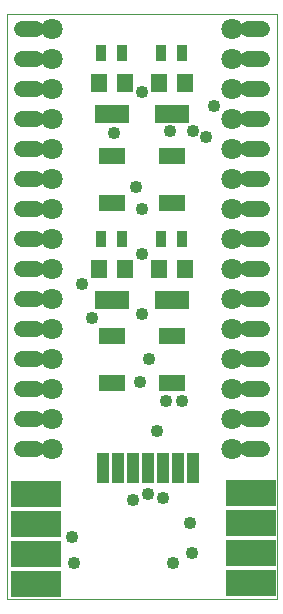
<source format=gts>
G75*
%MOIN*%
%OFA0B0*%
%FSLAX25Y25*%
%IPPOS*%
%LPD*%
%AMOC8*
5,1,8,0,0,1.08239X$1,22.5*
%
%ADD10C,0.00000*%
%ADD11R,0.08768X0.05500*%
%ADD12C,0.07100*%
%ADD13R,0.11524X0.06012*%
%ADD14R,0.05224X0.06012*%
%ADD15R,0.03650X0.05224*%
%ADD16R,0.16500X0.08500*%
%ADD17R,0.04043X0.10343*%
%ADD18C,0.05224*%
%ADD19C,0.04262*%
D10*
X0001400Y0028010D02*
X0001400Y0223010D01*
X0091400Y0223010D01*
X0091400Y0028010D01*
X0001400Y0028010D01*
D11*
X0036400Y0100215D03*
X0036400Y0115805D03*
X0036400Y0160215D03*
X0036400Y0175805D03*
X0056400Y0175805D03*
X0056400Y0160215D03*
X0056400Y0115805D03*
X0056400Y0100215D03*
D12*
X0076400Y0098010D03*
X0076400Y0108010D03*
X0076400Y0118010D03*
X0076400Y0128010D03*
X0076400Y0138010D03*
X0076400Y0148010D03*
X0076400Y0158010D03*
X0076400Y0168010D03*
X0076400Y0178010D03*
X0076400Y0188010D03*
X0076400Y0198010D03*
X0076400Y0208010D03*
X0076400Y0218010D03*
X0076400Y0088010D03*
X0076400Y0078010D03*
X0016400Y0078010D03*
X0016400Y0088010D03*
X0016400Y0098010D03*
X0016400Y0108010D03*
X0016400Y0118010D03*
X0016400Y0128010D03*
X0016400Y0138010D03*
X0016400Y0148010D03*
X0016400Y0158010D03*
X0016400Y0168010D03*
X0016400Y0178010D03*
X0016400Y0188010D03*
X0016400Y0198010D03*
X0016400Y0208010D03*
X0016400Y0218010D03*
D13*
X0036400Y0189892D03*
X0056400Y0189892D03*
X0056400Y0127892D03*
X0036400Y0127892D03*
D14*
X0032069Y0138128D03*
X0040731Y0138128D03*
X0052069Y0138128D03*
X0060731Y0138128D03*
X0060731Y0200128D03*
X0052069Y0200128D03*
X0040731Y0200128D03*
X0032069Y0200128D03*
D15*
X0032857Y0210010D03*
X0039943Y0210010D03*
X0052857Y0210010D03*
X0059943Y0210010D03*
X0059943Y0148010D03*
X0052857Y0148010D03*
X0039943Y0148010D03*
X0032857Y0148010D03*
D16*
X0011300Y0063010D03*
X0011300Y0053010D03*
X0011300Y0043010D03*
X0011300Y0033010D03*
X0082700Y0033410D03*
X0082700Y0043410D03*
X0082700Y0053410D03*
X0082700Y0063410D03*
D17*
X0063502Y0071762D03*
X0058502Y0071762D03*
X0053502Y0071762D03*
X0048502Y0071762D03*
X0043502Y0071762D03*
X0038502Y0071762D03*
X0033502Y0071762D03*
D18*
X0011124Y0078010D02*
X0006400Y0078010D01*
X0006400Y0088010D02*
X0011124Y0088010D01*
X0011124Y0098010D02*
X0006400Y0098010D01*
X0006400Y0108010D02*
X0011124Y0108010D01*
X0011124Y0118010D02*
X0006400Y0118010D01*
X0006400Y0128010D02*
X0011124Y0128010D01*
X0011124Y0138010D02*
X0006400Y0138010D01*
X0006400Y0148010D02*
X0011124Y0148010D01*
X0011124Y0158010D02*
X0006400Y0158010D01*
X0006400Y0168010D02*
X0011124Y0168010D01*
X0011124Y0178010D02*
X0006400Y0178010D01*
X0006400Y0188010D02*
X0011124Y0188010D01*
X0011124Y0198010D02*
X0006400Y0198010D01*
X0006400Y0208010D02*
X0011124Y0208010D01*
X0011124Y0218010D02*
X0006400Y0218010D01*
X0081676Y0218010D02*
X0086400Y0218010D01*
X0086400Y0208010D02*
X0081676Y0208010D01*
X0081676Y0198010D02*
X0086400Y0198010D01*
X0086400Y0188010D02*
X0081676Y0188010D01*
X0081676Y0178010D02*
X0086400Y0178010D01*
X0086400Y0168010D02*
X0081676Y0168010D01*
X0081676Y0158010D02*
X0086400Y0158010D01*
X0086400Y0148010D02*
X0081676Y0148010D01*
X0081676Y0138010D02*
X0086400Y0138010D01*
X0086400Y0128010D02*
X0081676Y0128010D01*
X0081676Y0118010D02*
X0086400Y0118010D01*
X0086400Y0108010D02*
X0081676Y0108010D01*
X0081676Y0098010D02*
X0086400Y0098010D01*
X0086400Y0088010D02*
X0081676Y0088010D01*
X0081676Y0078010D02*
X0086400Y0078010D01*
D19*
X0063300Y0043310D03*
X0062400Y0053510D03*
X0056800Y0040210D03*
X0053500Y0061810D03*
X0048400Y0063210D03*
X0043400Y0061110D03*
X0051600Y0084010D03*
X0054400Y0094010D03*
X0059900Y0094010D03*
X0048900Y0108010D03*
X0045900Y0100510D03*
X0046400Y0123010D03*
X0046400Y0143010D03*
X0046400Y0158010D03*
X0044400Y0165510D03*
X0037300Y0183510D03*
X0046400Y0197010D03*
X0055900Y0184010D03*
X0063400Y0184010D03*
X0067900Y0182010D03*
X0070400Y0192510D03*
X0029700Y0121710D03*
X0026400Y0133010D03*
X0023100Y0048910D03*
X0023700Y0040010D03*
M02*

</source>
